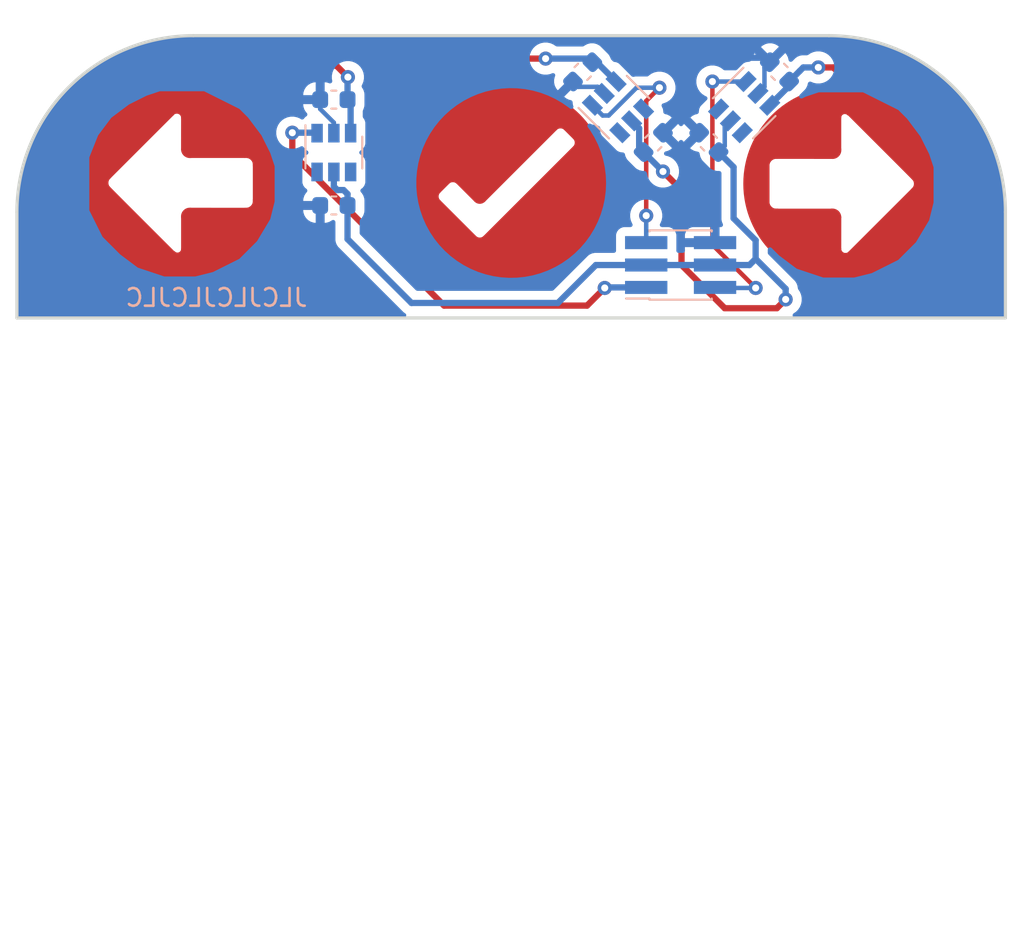
<source format=kicad_pcb>
(kicad_pcb (version 20241229) (generator "pcbnew") (generator_version "9.0")
  (layers (0 "F.Cu" signal) (2 "B.Cu" signal) (13 "F.Paste" user) (15 "B.Paste" user) (5 "F.SilkS" user "F.Silkscreen") (7 "B.SilkS" user "B.Silkscreen") (1 "F.Mask" user) (3 "B.Mask" user) (25 "Edge.Cuts" user))
  (net 0 "")
  (net 1 "GND")
  (net 2 "Net-(C5-Pad1)")
  (net 7 "TP2")
  (net 8 "TP3")
  (net 9 "+5V")
  (net 12 "Net-(C1-Pad1)")
  (net 13 "Net-(C3-Pad1)")
  (net 14 "TP1")
  (footprint "Touchpad:TP_11mm_strelicaDesno" (layer "F.Cu") (at 217.35 71.54393)
    (property "Reference" "TP3" (hide yes))
    (property "Value" "TestPoint")
    (fp_line (start -4.064 -1.4605) (end -0.494085 -1.458733) (stroke (width 0.1)) (layer "F.Cu"))
    (fp_line (start -4.064 1.4605) (end -4.064 -1.4605) (stroke (width 0.1)) (layer "F.Cu"))
    (fp_line (start -0.508 1.4605) (end -4.064 1.4605) (stroke (width 0.1)) (layer "F.Cu"))
    (fp_line (start 0 -1.9685) (end 0 -3.7465) (stroke (width 0.1)) (layer "F.Cu"))
    (fp_line (start 0.000979 3.696915) (end 0.002746 1.905) (stroke (width 0.1)) (layer "F.Cu"))
    (fp_line (start 0.4445 -3.937) (end 4.3815 0) (stroke (width 0.1)) (layer "F.Cu"))
    (fp_line (start 4.3815 0) (end 0.508 3.8735) (stroke (width 0.1)) (layer "F.Cu"))
    (fp_arc (start -4.064 -0.9525) (mid -3.94192 -1.328502) (end -3.569915 -1.462267) (stroke (width 0.1)) (layer "F.Cu"))
    (fp_arc (start -3.556 1.4605) (mid -3.932002 1.33842) (end -4.065767 0.966415) (stroke (width 0.1)) (layer "F.Cu"))
    (fp_arc (start -0.508 1.4605) (mid -0.151574 1.566551) (end 0.002499 1.905) (stroke (width 0.1)) (layer "F.Cu"))
    (fp_arc (start 0 -3.7465) (mid 0.163824 -3.983954) (end 0.443971 -3.915103) (stroke (width 0.1)) (layer "F.Cu"))
    (fp_arc (start 0 -1.9685) (mid -0.12208 -1.592498) (end -0.494085 -1.458733) (stroke (width 0.1)) (layer "F.Cu"))
    (fp_arc (start 0.520255 3.859585) (mid 0.196856 3.957703) (end 0 3.683) (stroke (width 0.1)) (layer "F.Cu"))
    (fp_arc (start 4.097508 -0.287508) (mid 4.215976 0.022485) (end 4.064 0.3175) (stroke (width 0.1)) (layer "F.Cu"))
    (fp_circle (center 0 0) (end -5 0) (stroke (width 1)) (fill no) (layer "F.Cu"))
    (fp_poly (pts (xy -4.1275 -1.524) (xy -3.81 -1.524) (xy -4.1275 -1.27)) (stroke (width 0.1)) (fill yes) (layer "F.Cu"))
    (fp_poly (pts (xy -4.1275 1.2065) (xy -3.81 1.4605) (xy -4.1275 1.4605)) (stroke (width 0.1)) (fill yes) (layer "F.Cu"))
    (fp_poly (pts (xy -4.6355 -0.0635) (xy -4.064 -0.0635) (xy -4.064 1.5875) (xy -4.6355 1.5875)) (stroke (width 0.01)) (fill yes) (layer "F.Cu"))
    (fp_poly (pts (xy 4.2545 -0.0635) (xy 4.445 -0.0635) (xy 4.445 0.127) (xy 4.2545 0.127)) (stroke (width 0.1)) (fill yes) (layer "F.Cu"))
    (fp_poly (pts (xy -4.064 2.9845) (xy -4.826 1.5875) (xy -4.064 1.4605) (xy -0.3175 1.4605) (xy -0.0635 1.651) (xy 0 2.159) (xy 0 3.683) (xy 0.127 3.937) (xy 0.4445 3.937) (xy 4.2545 0.127) (xy 4.2545 -0.0635) (xy 0.635 -3.7465) (xy 0.3175 -4.0005) (xy 0.0635 -3.937) (xy 0 -3.6195) (xy 0 -1.905) (xy -0.127 -1.5875) (xy -0.381 -1.4605) (xy -4.064 -1.4605) (xy -4.064 0.0635) (xy -4.8895 0.0635) (xy -4.5085 -1.8415) (xy -2.6035 -4.3815) (xy -0.0635 -5.2705) (xy 2.4765 -4.191) (xy 4.953 -1.778) (xy 4.5085 2.413) (xy 1.651 4.6355) (xy -1.0795 4.7625)) (stroke (width 0.01)) (fill yes) (layer "F.Cu"))
    (pad "1" smd rect (at 0 -5.73786) (size 0.3556 0.5) (layers "F.Cu") (net 2 "Net-(C5-Pad1)"))
  )
  (footprint "Touchpad:TP_11mm_kvacica" (layer "F.Cu") (at 198.7 71.5)
    (property "Reference" "TP1" (hide yes))
    (property "Value" "TestPoint")
    (fp_line (start -4.064 1.016) (end -2.032 3.048) (stroke (width 0.12)) (layer "F.Cu"))
    (fp_line (start -4.063999 0.508001) (end -3.556 0) (stroke (width 0.12)) (layer "F.Cu"))
    (fp_line (start -3.048001 0.000001) (end -2.032 1.016) (stroke (width 0.12)) (layer "F.Cu"))
    (fp_line (start -1.524001 3.047999) (end 3.555999 -2.032001) (stroke (width 0.12)) (layer "F.Cu"))
    (fp_line (start 2.54 -3.048) (end -1.524 1.016) (stroke (width 0.12)) (layer "F.Cu"))
    (fp_line (start 3.555999 -2.539999) (end 3.047999 -3.047999) (stroke (width 0.12)) (layer "F.Cu"))
    (fp_arc (start -4.063999 1.015999) (mid -4.169209 0.762) (end -4.063999 0.508001) (stroke (width 0.12)) (layer "F.Cu"))
    (fp_arc (start -3.555999 0.000001) (mid -3.302 -0.105209) (end -3.048001 0.000001) (stroke (width 0.12)) (layer "F.Cu"))
    (fp_arc (start -1.524001 1.015999) (mid -1.778 1.121209) (end -2.031999 1.015999) (stroke (width 0.12)) (layer "F.Cu"))
    (fp_arc (start -1.524001 3.047999) (mid -1.778 3.153209) (end -2.031999 3.047999) (stroke (width 0.12)) (layer "F.Cu"))
    (fp_arc (start 2.540001 -3.047999) (mid 2.794 -3.153209) (end 3.047999 -3.047999) (stroke (width 0.12)) (layer "F.Cu"))
    (fp_arc (start 3.555999 -2.539999) (mid 3.661209 -2.286) (end 3.555999 -2.032001) (stroke (width 0.12)) (layer "F.Cu"))
    (fp_circle (center 0 0) (end 5 0) (stroke (width 1)) (fill no) (layer "F.Cu"))
    (fp_poly (pts (xy -1.651 3.2385) (xy -1.4605 4.318) (xy -2.3495 4.318) (xy -2.286 3.048) (xy -2.032 3.048)) (stroke (width 0.01)) (fill yes) (layer "F.Cu"))
    (fp_poly (pts (xy 2.8575 -4.191) (xy 4.8895 -1.651) (xy 4.826 0.9525) (xy 3.556 3.556) (xy 0.635 4.953) (xy -1.7145 4.6355) (xy -1.778 3.175) (xy -1.524 3.048) (xy 3.556 -2.032) (xy 3.683 -2.3495) (xy 3.556 -2.54) (xy 2.9845 -3.1115) (xy 2.6035 -3.1115) (xy -1.4605 0.9525) (xy -1.7145 1.143) (xy -2.032 1.016) (xy -2.9845 0.0635) (xy -3.2385 -0.0635) (xy -3.4925 -0.0635) (xy -4.1275 0.5715) (xy -4.191 0.762) (xy -4.0005 1.0795) (xy -2.032 3.048) (xy -2.032 4.318) (xy -3.429 3.7465) (xy -4.6355 1.9685) (xy -4.826 -0.635) (xy -3.8735 -3.3655) (xy -0.635 -5.08)) (stroke (width 0.01)) (fill yes) (layer "F.Cu"))
    (pad "1" smd rect (at 0 -5.73786) (size 0.3556 0.5) (layers "F.Cu") (net 12 "Net-(C1-Pad1)"))
    (zone (net 0) (net_name "") (layer "B.Cu") (connect_pads (clearance 0)) (min_thickness 0.254)
      (keepout (tracks not_allowed) (vias not_allowed) (pads not_allowed) (copperpour not_allowed) (footprints allowed))
      (fill (thermal_gap 0.508) (thermal_bridge_width 0.508))
      (polygon (pts (xy 204.077312 71.5) (xy 204.058453 71.050038) (xy 204.002008 70.603232) (xy 203.908374 70.162717) (xy 203.778206 69.731581) (xy 203.612419 69.31285) (xy 203.412174 68.90946) (xy 203.178877 68.524241) (xy 202.914164 68.159895) (xy 202.619892 67.818977) (xy 202.298124 67.503878) (xy 201.951118 67.21681) (xy 201.581308 66.959785) (xy 201.191287 66.734607) (xy 200.783792 66.542854) (xy 200.361681 66.385872) (xy 199.927914 66.264762) (xy 199.485534 66.180374) (xy 199.037644 66.133299) (xy 198.587386 66.123867) (xy 198.137918 66.152145) (xy 197.692392 66.217935) (xy 197.253934 66.320774) (xy 196.825619 66.459942) (xy 196.410452 66.634463) (xy 196.011344 66.843111) (xy 195.631095 67.084425) (xy 195.272372 67.35671) (xy 194.937692 67.658057) (xy 194.629401 67.986354) (xy 194.349663 68.339295) (xy 194.100439 68.714407) (xy 193.883478 69.109058) (xy 193.700302 69.520479) (xy 193.552194 69.945786) (xy 193.440195 70.381994) (xy 193.36509 70.826044) (xy 193.327405 71.274822) (xy 193.327405 71.725178) (xy 193.36509 72.173956) (xy 193.440195 72.618006) (xy 193.552194 73.054214) (xy 193.700302 73.479521) (xy 193.883478 73.890942) (xy 194.100439 74.285593) (xy 194.349663 74.660705) (xy 194.629401 75.013646) (xy 194.937692 75.341943) (xy 195.272372 75.64329) (xy 195.631095 75.915575) (xy 196.011344 76.156889) (xy 196.410452 76.365537) (xy 196.825619 76.540058) (xy 197.253934 76.679226) (xy 197.692392 76.782065) (xy 198.137918 76.847855) (xy 198.587386 76.876133) (xy 199.037644 76.866701) (xy 199.485534 76.819626) (xy 199.927914 76.735238) (xy 200.361681 76.614128) (xy 200.783792 76.457146) (xy 201.191287 76.265393) (xy 201.581308 76.040215) (xy 201.951118 75.78319) (xy 202.298124 75.496122) (xy 202.619892 75.181023) (xy 202.914164 74.840105) (xy 203.178877 74.475759) (xy 203.412174 74.09054) (xy 203.612419 73.68715) (xy 203.778206 73.268419) (xy 203.908374 72.837283) (xy 204.002008 72.396768) (xy 204.058453 71.949962)))
    )
  )
  (footprint "Touchpad:TP_11mm_strelicaLijevo" (layer "F.Cu") (at 180.05 71.49393)
    (property "Reference" "TP2" (hide yes))
    (property "Value" "TestPoint")
    (fp_line (start -4.3815 0) (end -0.508 -3.8735) (stroke (width 0.1)) (layer "F.Cu"))
    (fp_line (start -0.4445 3.937) (end -4.3815 0) (stroke (width 0.1)) (layer "F.Cu"))
    (fp_line (start -0.000979 -3.696915) (end -0.002746 -1.905) (stroke (width 0.1)) (layer "F.Cu"))
    (fp_line (start 0 1.9685) (end 0 3.7465) (stroke (width 0.1)) (layer "F.Cu"))
    (fp_line (start 0.508 -1.4605) (end 4.064 -1.4605) (stroke (width 0.1)) (layer "F.Cu"))
    (fp_line (start 4.064 -1.4605) (end 4.064 1.4605) (stroke (width 0.1)) (layer "F.Cu"))
    (fp_line (start 4.064 1.4605) (end 0.494085 1.458733) (stroke (width 0.1)) (layer "F.Cu"))
    (fp_arc (start -4.097508 0.287508) (mid -4.215976 -0.022485) (end -4.064 -0.3175) (stroke (width 0.1)) (layer "F.Cu"))
    (fp_arc (start -0.520255 -3.859585) (mid -0.196856 -3.957703) (end 0 -3.683) (stroke (width 0.1)) (layer "F.Cu"))
    (fp_arc (start 0 1.9685) (mid 0.12208 1.592498) (end 0.494085 1.458733) (stroke (width 0.1)) (layer "F.Cu"))
    (fp_arc (start 0 3.7465) (mid -0.163824 3.983954) (end -0.443971 3.915103) (stroke (width 0.1)) (layer "F.Cu"))
    (fp_arc (start 0.508 -1.4605) (mid 0.151574 -1.566551) (end -0.002499 -1.905) (stroke (width 0.1)) (layer "F.Cu"))
    (fp_arc (start 3.556 -1.4605) (mid 3.932002 -1.33842) (end 4.065767 -0.966415) (stroke (width 0.1)) (layer "F.Cu"))
    (fp_arc (start 4.064 0.9525) (mid 3.94192 1.328502) (end 3.569915 1.462267) (stroke (width 0.1)) (layer "F.Cu"))
    (fp_circle (center 0 0) (end 5 0) (stroke (width 1)) (fill no) (layer "F.Cu"))
    (fp_poly (pts (xy 4.1275 -1.2065) (xy 3.81 -1.4605) (xy 4.1275 -1.4605)) (stroke (width 0.1)) (fill yes) (layer "F.Cu"))
    (fp_poly (pts (xy 4.1275 1.524) (xy 3.81 1.524) (xy 4.1275 1.27)) (stroke (width 0.1)) (fill yes) (layer "F.Cu"))
    (fp_poly (pts (xy -4.2545 0.0635) (xy -4.445 0.0635) (xy -4.445 -0.127) (xy -4.2545 -0.127)) (stroke (width 0.1)) (fill yes) (layer "F.Cu"))
    (fp_poly (pts (xy 4.6355 0.0635) (xy 4.064 0.0635) (xy 4.064 -1.5875) (xy 4.6355 -1.5875)) (stroke (width 0.01)) (fill yes) (layer "F.Cu"))
    (fp_poly (pts (xy 4.064 -2.9845) (xy 4.826 -1.5875) (xy 4.064 -1.4605) (xy 0.3175 -1.4605) (xy 0.0635 -1.651) (xy 0 -2.159) (xy 0 -3.683) (xy -0.127 -3.937) (xy -0.4445 -3.937) (xy -4.2545 -0.127) (xy -4.2545 0.0635) (xy -0.635 3.7465) (xy -0.3175 4.0005) (xy -0.0635 3.937) (xy 0 3.6195) (xy 0 1.905) (xy 0.127 1.5875) (xy 0.381 1.4605) (xy 4.064 1.4605) (xy 4.064 -0.0635) (xy 4.8895 -0.0635) (xy 4.5085 1.8415) (xy 2.6035 4.3815) (xy 0.0635 5.2705) (xy -2.4765 4.191) (xy -4.953 1.778) (xy -4.5085 -2.413) (xy -1.651 -4.6355) (xy 1.0795 -4.7625)) (stroke (width 0.01)) (fill yes) (layer "F.Cu"))
    (pad "1" smd rect (at 0 -5.73786) (size 0.3556 0.5) (layers "F.Cu") (net 13 "Net-(C3-Pad1)"))
  )
  (footprint "Capacitor_SMD:C_0603_1608Metric" (layer "B.Cu") (at 188.654045 66.775 180)
    (property "Reference" "C3")
    (property "Value" "0-50 pF")
    (fp_line (start -0.14058 0.51) (end 0.14058 0.51) (stroke (width 0.12)) (layer "B.SilkS"))
    (fp_line (start -0.14058 -0.51) (end 0.14058 -0.51) (stroke (width 0.12)) (layer "B.SilkS"))
    (pad "1" smd roundrect (at -0.775 0 180) (size 0.9 0.95) (layers "B.Cu" "B.Mask" "B.Paste") (net 13 "Net-(C3-Pad1)"))
    (pad "2" smd roundrect (at 0.775 0 180) (size 0.9 0.95) (layers "B.Cu" "B.Mask" "B.Paste") (net 1 "GND"))
  )
  (footprint "Capacitor_SMD:C_0603_1608Metric" (layer "B.Cu") (at 206.75 69.2 45)
    (property "Reference" "C2")
    (property "Value" "100n")
    (fp_line (start -0.140581 -0.51) (end 0.140581 -0.51) (stroke (width 0.12)) (layer "B.SilkS"))
    (fp_line (start -0.140581 0.51) (end 0.140581 0.51) (stroke (width 0.12)) (layer "B.SilkS"))
    (pad "1" smd roundrect (at -0.775 0 45) (size 0.9 0.95) (layers "B.Cu" "B.Mask" "B.Paste") (net 9 "+5V"))
    (pad "2" smd roundrect (at 0.775 0 45) (size 0.9 0.95) (layers "B.Cu" "B.Mask" "B.Paste") (net 1 "GND"))
  )
  (footprint "Package_TO_SOT_SMD:SOT-23-6" (layer "B.Cu") (at 211.9 67.2 -135)
    (property "Reference" "U3" (hide yes))
    (property "Value" "TTP223-BA6")
    (fp_line (start 0.9 1.61) (end -1.55 1.609999) (stroke (width 0.12)) (layer "B.SilkS"))
    (fp_line (start -0.9 -1.61) (end 0.9 -1.61) (stroke (width 0.12)) (layer "B.SilkS"))
    (pad "1" smd rect (at -1.1 0.95 225) (size 1.06 0.65) (layers "B.Cu" "B.Mask" "B.Paste") (net 8 "TP3"))
    (pad "2" smd rect (at -1.099999 0 225) (size 1.06 0.65) (layers "B.Cu" "B.Mask" "B.Paste") (net 1 "GND"))
    (pad "3" smd rect (at -1.1 -0.95 225) (size 1.06 0.65) (layers "B.Cu" "B.Mask" "B.Paste") (net 2 "Net-(C5-Pad1)"))
    (pad "4" smd rect (at 1.1 -0.95 225) (size 1.06 0.65) (layers "B.Cu" "B.Mask" "B.Paste"))
    (pad "5" smd rect (at 1.099999 0 225) (size 1.06 0.65) (layers "B.Cu" "B.Mask" "B.Paste") (net 9 "+5V"))
    (pad "6" smd rect (at 1.1 0.95 225) (size 1.06 0.65) (layers "B.Cu" "B.Mask" "B.Paste"))
  )
  (footprint "Capacitor_SMD:C_0603_1608Metric" (layer "B.Cu") (at 188.654045 72.775 180)
    (property "Reference" "C4")
    (property "Value" "100n")
    (fp_line (start -0.14058 0.51) (end 0.14058 0.51) (stroke (width 0.12)) (layer "B.SilkS"))
    (fp_line (start -0.14058 -0.51) (end 0.14058 -0.51) (stroke (width 0.12)) (layer "B.SilkS"))
    (pad "1" smd roundrect (at -0.775 0 180) (size 0.9 0.95) (layers "B.Cu" "B.Mask" "B.Paste") (net 9 "+5V"))
    (pad "2" smd roundrect (at 0.775 0 180) (size 0.9 0.95) (layers "B.Cu" "B.Mask" "B.Paste") (net 1 "GND"))
  )
  (footprint "Capacitor_SMD:C_0603_1608Metric" (layer "B.Cu") (at 209.9 69.2 135)
    (property "Reference" "C6")
    (property "Value" "100n")
    (fp_line (start -0.140581 -0.51) (end 0.140581 -0.51) (stroke (width 0.12)) (layer "B.SilkS"))
    (fp_line (start -0.140581 0.51) (end 0.140581 0.51) (stroke (width 0.12)) (layer "B.SilkS"))
    (pad "1" smd roundrect (at -0.775 0 135) (size 0.9 0.95) (layers "B.Cu" "B.Mask" "B.Paste") (net 9 "+5V"))
    (pad "2" smd roundrect (at 0.775 0 135) (size 0.9 0.95) (layers "B.Cu" "B.Mask" "B.Paste") (net 1 "GND"))
  )
  (footprint "Package_TO_SOT_SMD:SOT-23-6" (layer "B.Cu") (at 188.654045 69.775 -90)
    (property "Reference" "U2" (hide yes))
    (property "Value" "TTP223-BA6")
    (fp_line (start 0.9 1.61) (end -1.55 1.61) (stroke (width 0.12)) (layer "B.SilkS"))
    (fp_line (start -0.9 -1.61) (end 0.9 -1.61) (stroke (width 0.12)) (layer "B.SilkS"))
    (pad "1" smd rect (at -1.1 0.95 270) (size 1.06 0.65) (layers "B.Cu" "B.Mask" "B.Paste") (net 7 "TP2"))
    (pad "2" smd rect (at -1.1 0 270) (size 1.06 0.65) (layers "B.Cu" "B.Mask" "B.Paste") (net 1 "GND"))
    (pad "3" smd rect (at -1.1 -0.95 270) (size 1.06 0.65) (layers "B.Cu" "B.Mask" "B.Paste") (net 13 "Net-(C3-Pad1)"))
    (pad "4" smd rect (at 1.1 -0.95 270) (size 1.06 0.65) (layers "B.Cu" "B.Mask" "B.Paste"))
    (pad "5" smd rect (at 1.1 0 270) (size 1.06 0.65) (layers "B.Cu" "B.Mask" "B.Paste") (net 9 "+5V"))
    (pad "6" smd rect (at 1.1 0.95 270) (size 1.06 0.65) (layers "B.Cu" "B.Mask" "B.Paste"))
  )
  (footprint "Capacitor_SMD:C_0603_1608Metric" (layer "B.Cu") (at 202.75 65.2 -135)
    (property "Reference" "C1")
    (property "Value" "0-50 pF")
    (fp_line (start -0.140581 0.51) (end 0.140581 0.51) (stroke (width 0.12)) (layer "B.SilkS"))
    (fp_line (start -0.140581 -0.51) (end 0.140581 -0.51) (stroke (width 0.12)) (layer "B.SilkS"))
    (pad "1" smd roundrect (at -0.775 0 225) (size 0.9 0.95) (layers "B.Cu" "B.Mask" "B.Paste") (net 12 "Net-(C1-Pad1)"))
    (pad "2" smd roundrect (at 0.775 0 225) (size 0.9 0.95) (layers "B.Cu" "B.Mask" "B.Paste") (net 1 "GND"))
  )
  (footprint "Package_TO_SOT_SMD:SOT-23-6" (layer "B.Cu") (at 204.75 67.2 -45)
    (property "Reference" "U1" (hide yes))
    (property "Value" "TTP223-BA6")
    (fp_line (start 0.9 1.61) (end -1.55 1.609999) (stroke (width 0.12)) (layer "B.SilkS"))
    (fp_line (start -0.9 -1.61) (end 0.9 -1.61) (stroke (width 0.12)) (layer "B.SilkS"))
    (pad "1" smd rect (at -1.1 0.95 315) (size 1.06 0.65) (layers "B.Cu" "B.Mask" "B.Paste") (net 14 "TP1"))
    (pad "2" smd rect (at -1.099999 0 315) (size 1.06 0.65) (layers "B.Cu" "B.Mask" "B.Paste") (net 1 "GND"))
    (pad "3" smd rect (at -1.1 -0.95 315) (size 1.06 0.65) (layers "B.Cu" "B.Mask" "B.Paste") (net 12 "Net-(C1-Pad1)"))
    (pad "4" smd rect (at 1.1 -0.95 315) (size 1.06 0.65) (layers "B.Cu" "B.Mask" "B.Paste"))
    (pad "5" smd rect (at 1.099999 0 315) (size 1.06 0.65) (layers "B.Cu" "B.Mask" "B.Paste") (net 9 "+5V"))
    (pad "6" smd rect (at 1.1 0.95 315) (size 1.06 0.65) (layers "B.Cu" "B.Mask" "B.Paste"))
  )
  (footprint "Connector_PinHeader_1.27mm:PinHeader_2x03_P1.27mm_Vertical_SMD" (layer "B.Cu") (at 208.3 76.15)
    (property "Reference" "J1" (hide yes))
    (property "Value" "Conn_02x03_Counter_Clockwise")
    (fp_line (start -3.09 1.9) (end -1.765 1.9) (stroke (width 0.12)) (layer "B.SilkS"))
    (fp_line (start -1.765 -1.965) (end 1.765 -1.965) (stroke (width 0.12)) (layer "B.SilkS"))
    (fp_line (start -1.765 -1.9) (end -1.765 -1.965) (stroke (width 0.12)) (layer "B.SilkS"))
    (fp_line (start -1.765 1.965) (end -1.765 1.9) (stroke (width 0.12)) (layer "B.SilkS"))
    (fp_line (start -1.765 1.965) (end 1.765 1.965) (stroke (width 0.12)) (layer "B.SilkS"))
    (fp_line (start 1.765 -1.9) (end 1.765 -1.965) (stroke (width 0.12)) (layer "B.SilkS"))
    (fp_line (start 1.765 1.965) (end 1.765 1.9) (stroke (width 0.12)) (layer "B.SilkS"))
    (pad "1" smd rect (at -1.95 1.27) (size 2.4 0.74) (layers "B.Cu" "B.Mask" "B.Paste") (net 7 "TP2"))
    (pad "2" smd rect (at 1.95 1.27) (size 2.4 0.74) (layers "B.Cu" "B.Mask" "B.Paste") (net 8 "TP3"))
    (pad "3" smd rect (at -1.95 0) (size 2.4 0.74) (layers "B.Cu" "B.Mask" "B.Paste") (net 9 "+5V"))
    (pad "4" smd rect (at 1.95 0) (size 2.4 0.74) (layers "B.Cu" "B.Mask" "B.Paste") (net 9 "+5V"))
    (pad "5" smd rect (at -1.95 -1.27) (size 2.4 0.74) (layers "B.Cu" "B.Mask" "B.Paste") (net 14 "TP1"))
    (pad "6" smd rect (at 1.95 -1.27) (size 2.4 0.74) (layers "B.Cu" "B.Mask" "B.Paste") (net 1 "GND"))
  )
  (footprint "Capacitor_SMD:C_0603_1608Metric" (layer "B.Cu") (at 213.9 65.2 135)
    (property "Reference" "C5")
    (property "Value" "0-50 pF")
    (fp_line (start -0.140581 -0.51) (end 0.140581 -0.51) (stroke (width 0.12)) (layer "B.SilkS"))
    (fp_line (start -0.140581 0.51) (end 0.140581 0.51) (stroke (width 0.12)) (layer "B.SilkS"))
    (pad "1" smd roundrect (at -0.775 0 135) (size 0.9 0.95) (layers "B.Cu" "B.Mask" "B.Paste") (net 2 "Net-(C5-Pad1)"))
    (pad "2" smd roundrect (at 0.775 0 135) (size 0.9 0.95) (layers "B.Cu" "B.Mask" "B.Paste") (net 1 "GND"))
  )
  (gr_line (start 170.7 79.15) (end 170.7 73.15) (stroke (width 0.18)) (layer "Edge.Cuts"))
  (gr_line (start 180.7 63.15) (end 216.7 63.15) (stroke (width 0.18)) (layer "Edge.Cuts"))
  (gr_arc (start 216.7 63.15) (mid 223.771068 66.078932) (end 226.7 73.15) (stroke (width 0.18)) (layer "Edge.Cuts"))
  (gr_line (start 170.7 79.15) (end 226.7 79.15) (stroke (width 0.18)) (layer "Edge.Cuts"))
  (gr_line (start 226.7 79.15) (end 226.7 73.15) (stroke (width 0.18)) (layer "Edge.Cuts"))
  (gr_arc (start 170.7 73.15) (mid 173.628932 66.078932) (end 180.7 63.15) (stroke (width 0.18)) (layer "Edge.Cuts"))
  (gr_text "JLCJLCJLCJLC" (at 182 78 0) (layer "B.SilkS") (effects (font (size 1 1)) (justify mirror)))
  (segment (start 209.6 64.4) (end 213.1 64.4) (width 0.3556) (layer "B.Cu") (net 1))
  (segment (start 208.85 67.1) (end 208.85 65.15) (width 0.3556) (layer "B.Cu") (net 1))
  (segment (start 202.5 66.05) (end 203.6 66.05) (width 0.254) (layer "B.Cu") (net 1))
  (segment (start 208.85 65.15) (end 209.6 64.4) (width 0.3556) (layer "B.Cu") (net 1))
  (segment (start 188.654045 68.079045) (end 187.879045 67.304045) (width 0.254) (layer "B.Cu") (net 1))
  (segment (start 213.05 64.953984) (end 213.351992 64.651992) (width 0.254) (layer "B.Cu") (net 1))
  (segment (start 213.05 66.05) (end 213.05 64.953984) (width 0.254) (layer "B.Cu") (net 1))
  (segment (start 202.201992 65.748008) (end 202.201992 65.751992) (width 0.254) (layer "B.Cu") (net 1))
  (segment (start 207.298008 68.651992) (end 208.85 67.1) (width 0.3556) (layer "B.Cu") (net 1))
  (segment (start 213.1 64.4) (end 213.351992 64.651992) (width 0.3556) (layer "B.Cu") (net 1))
  (segment (start 202.201992 65.751992) (end 202.5 66.05) (width 0.254) (layer "B.Cu") (net 1))
  (segment (start 187.879045 67.304045) (end 187.879045 66.775) (width 0.254) (layer "B.Cu") (net 1))
  (segment (start 188.654045 68.675) (end 188.654045 68.079045) (width 0.254) (layer "B.Cu") (net 1))
  (segment (start 212.677817 66.422183) (end 213.05 66.05) (width 0.254) (layer "B.Cu") (net 1))
  (segment (start 203.6 66.05) (end 203.972183 66.422183) (width 0.254) (layer "B.Cu") (net 1))
  (segment (start 216.95 64.95) (end 217.35 65.35) (width 0.3556) (layer "F.Cu") (net 2))
  (segment (start 217.35 65.35) (end 217.35 65.55) (width 0.3556) (layer "F.Cu") (net 2))
  (segment (start 216.1 64.95) (end 216.95 64.95) (width 0.3556) (layer "F.Cu") (net 2))
  (via (at 216.1 64.95) (size 0.8) (drill 0.4) (layers "F.Cu" "B.Cu") (net 2))
  (segment (start 214.448008 65.748008) (end 214.451992 65.748008) (width 0.3556) (layer "B.Cu") (net 2))
  (segment (start 214.448008 65.995495) (end 213.349569 67.093934) (width 0.3556) (layer "B.Cu") (net 2))
  (segment (start 214.451992 65.748008) (end 215.05 65.15) (width 0.3556) (layer "B.Cu") (net 2))
  (segment (start 214.448008 65.748008) (end 214.448008 65.995495) (width 0.3556) (layer "B.Cu") (net 2))
  (segment (start 215.05 65.15) (end 215.25 64.95) (width 0.3556) (layer "B.Cu") (net 2))
  (segment (start 215.25 64.95) (end 216.1 64.95) (width 0.3556) (layer "B.Cu") (net 2))
  (segment (start 186.3 69.85) (end 194.9 78.45) (width 0.3556) (layer "F.Cu") (net 7))
  (segment (start 194.9 78.45) (end 203 78.45) (width 0.3556) (layer "F.Cu") (net 7))
  (segment (start 186.3 68.65) (end 186.3 69.85) (width 0.3556) (layer "F.Cu") (net 7))
  (segment (start 203 78.45) (end 204 77.45) (width 0.3556) (layer "F.Cu") (net 7))
  (via (at 186.3 68.65) (size 0.8) (drill 0.4) (layers "F.Cu" "B.Cu") (net 7))
  (via (at 204 77.45) (size 0.8) (drill 0.4) (layers "F.Cu" "B.Cu") (net 7))
  (segment (start 206.35 77.42) (end 204.03 77.42) (width 0.3556) (layer "B.Cu") (net 7))
  (segment (start 204.03 77.42) (end 204 77.45) (width 0.3556) (layer "B.Cu") (net 7))
  (segment (start 187.679045 68.65) (end 187.704045 68.675) (width 0.3556) (layer "B.Cu") (net 7))
  (segment (start 186.3 68.65) (end 187.679045 68.65) (width 0.3556) (layer "B.Cu") (net 7))
  (segment (start 210.1 75) (end 212.55 77.45) (width 0.254) (layer "F.Cu") (net 8))
  (segment (start 210.1 65.75) (end 210.1 75) (width 0.254) (layer "F.Cu") (net 8))
  (via (at 210.1 65.75) (size 0.8) (drill 0.4) (layers "F.Cu" "B.Cu") (net 8))
  (via (at 212.55 77.45) (size 0.8) (drill 0.4) (layers "F.Cu" "B.Cu") (net 8))
  (segment (start 212.006066 65.750431) (end 210.100431 65.750431) (width 0.254) (layer "B.Cu") (net 8))
  (segment (start 210.28 77.45) (end 210.25 77.42) (width 0.254) (layer "B.Cu") (net 8))
  (segment (start 210.100431 65.750431) (end 210.1 65.75) (width 0.254) (layer "B.Cu") (net 8))
  (segment (start 212.55 77.45) (end 210.28 77.45) (width 0.254) (layer "B.Cu") (net 8))
  (segment (start 208.35 71.9) (end 208.35 76.15) (width 0.3556) (layer "F.Cu") (net 9))
  (segment (start 213.75 78.6) (end 214.25 78.1) (width 0.3556) (layer "F.Cu") (net 9))
  (segment (start 207.3 70.85) (end 208.35 71.9) (width 0.3556) (layer "F.Cu") (net 9))
  (segment (start 208.35 76.15) (end 210.8 78.6) (width 0.3556) (layer "F.Cu") (net 9))
  (segment (start 210.8 78.6) (end 213.75 78.6) (width 0.3556) (layer "F.Cu") (net 9))
  (via (at 207.3 70.85) (size 0.8) (drill 0.4) (layers "F.Cu" "B.Cu") (net 9))
  (via (at 214.25 78.1) (size 0.8) (drill 0.4) (layers "F.Cu" "B.Cu") (net 9))
  (segment (start 206.198008 69.748008) (end 205.95 69.5) (width 0.3556) (layer "B.Cu") (net 9))
  (segment (start 201.35 78.3) (end 203.5 76.15) (width 0.3556) (layer "B.Cu") (net 9))
  (segment (start 205.95 68.4) (end 205.527817 67.977817) (width 0.3556) (layer "B.Cu") (net 9))
  (segment (start 212.55 75.8) (end 212.55 74.75) (width 0.3556) (layer "B.Cu") (net 9))
  (segment (start 206.201992 69.748008) (end 206.201992 69.751992) (width 0.3556) (layer "B.Cu") (net 9))
  (segment (start 210.25 76.15) (end 212.2 76.15) (width 0.3556) (layer "B.Cu") (net 9))
  (segment (start 189.429045 72.775) (end 189.429045 72.125) (width 0.3556) (layer "B.Cu") (net 9))
  (segment (start 189.429045 72.125) (end 189.204045 71.9) (width 0.3556) (layer "B.Cu") (net 9))
  (segment (start 214.25 77.5) (end 212.55 75.8) (width 0.3556) (layer "B.Cu") (net 9))
  (segment (start 189.429045 72.775) (end 189.429045 74.679045) (width 0.3556) (layer "B.Cu") (net 9))
  (segment (start 193.05 78.3) (end 201.35 78.3) (width 0.3556) (layer "B.Cu") (net 9))
  (segment (start 203.5 76.15) (end 206.35 76.15) (width 0.3556) (layer "B.Cu") (net 9))
  (segment (start 188.654045 70.875) (end 188.654045 71.7) (width 0.3556) (layer "B.Cu") (net 9))
  (segment (start 210.451992 69.748008) (end 210.8 69.4) (width 0.254) (layer "B.Cu") (net 9))
  (segment (start 206.35 76.15) (end 210.25 76.15) (width 0.3556) (layer "B.Cu") (net 9))
  (segment (start 211.3 70.6) (end 210.448008 69.748008) (width 0.3556) (layer "B.Cu") (net 9))
  (segment (start 188.854045 71.9) (end 189.204045 71.9) (width 0.3556) (layer "B.Cu") (net 9))
  (segment (start 206.201992 69.748008) (end 206.198008 69.748008) (width 0.3556) (layer "B.Cu") (net 9))
  (segment (start 206.201992 69.751992) (end 207.3 70.85) (width 0.3556) (layer "B.Cu") (net 9))
  (segment (start 212.2 76.15) (end 212.55 75.8) (width 0.3556) (layer "B.Cu") (net 9))
  (segment (start 214.25 78.1) (end 214.25 77.5) (width 0.3556) (layer "B.Cu") (net 9))
  (segment (start 188.654045 71.7) (end 188.854045 71.9) (width 0.3556) (layer "B.Cu") (net 9))
  (segment (start 210.8 68.3) (end 211.122183 67.977817) (width 0.254) (layer "B.Cu") (net 9))
  (segment (start 189.429045 74.679045) (end 193.05 78.3) (width 0.3556) (layer "B.Cu") (net 9))
  (segment (start 210.8 69.4) (end 210.8 68.3) (width 0.254) (layer "B.Cu") (net 9))
  (segment (start 211.3 73.5) (end 211.3 70.6) (width 0.3556) (layer "B.Cu") (net 9))
  (segment (start 212.55 74.75) (end 211.3 73.5) (width 0.3556) (layer "B.Cu") (net 9))
  (segment (start 205.95 69.5) (end 205.95 68.4) (width 0.3556) (layer "B.Cu") (net 9))
  (segment (start 198.7 65.2) (end 198.7 65.5) (width 0.3556) (layer "F.Cu") (net 12))
  (segment (start 200.65 64.45) (end 199.45 64.45) (width 0.3556) (layer "F.Cu") (net 12))
  (segment (start 199.45 64.45) (end 198.7 65.2) (width 0.3556) (layer "F.Cu") (net 12))
  (via (at 200.65 64.45) (size 0.8) (drill 0.4) (layers "F.Cu" "B.Cu") (net 12))
  (segment (start 203.1 64.45) (end 200.65 64.45) (width 0.3556) (layer "B.Cu") (net 12))
  (segment (start 203.298008 64.648008) (end 203.1 64.45) (width 0.254) (layer "B.Cu") (net 12))
  (segment (start 203.298008 64.651992) (end 203.545495 64.651992) (width 0.254) (layer "B.Cu") (net 12))
  (segment (start 203.298008 64.651992) (end 203.298008 64.648008) (width 0.254) (layer "B.Cu") (net 12))
  (segment (start 203.545495 64.651992) (end 204.643934 65.750431) (width 0.3556) (layer "B.Cu") (net 12))
  (segment (start 180.625 64.85) (end 180.043597 65.431403) (width 0.3556) (layer "F.Cu") (net 13))
  (segment (start 180.043597 65.431403) (end 180.043597 65.613493) (width 0.3556) (layer "F.Cu") (net 13))
  (segment (start 189.45 65.5) (end 188.8 64.85) (width 0.3556) (layer "F.Cu") (net 13))
  (segment (start 188.8 64.85) (end 180.625 64.85) (width 0.3556) (layer "F.Cu") (net 13))
  (via (at 189.45 65.5) (size 0.8) (drill 0.4) (layers "F.Cu" "B.Cu") (net 13))
  (segment (start 189.429045 65.504045) (end 189.425 65.5) (width 0.3556) (layer "B.Cu") (net 13))
  (segment (start 189.429045 65.520955) (end 189.45 65.5) (width 0.3556) (layer "B.Cu") (net 13))
  (segment (start 189.604045 68.675) (end 189.604045 66.95) (width 0.3556) (layer "B.Cu") (net 13))
  (segment (start 189.429045 66.775) (end 189.429045 65.520955) (width 0.3556) (layer "B.Cu") (net 13))
  (segment (start 189.604045 66.95) (end 189.429045 66.775) (width 0.3556) (layer "B.Cu") (net 13))
  (segment (start 206.35 73.35) (end 206.35 66.85) (width 0.254) (layer "F.Cu") (net 14))
  (segment (start 206.35 66.85) (end 207.1 66.1) (width 0.254) (layer "F.Cu") (net 14))
  (via (at 206.35 73.35) (size 0.8) (drill 0.4) (layers "F.Cu" "B.Cu") (net 14))
  (via (at 207.1 66.1) (size 0.8) (drill 0.4) (layers "F.Cu" "B.Cu") (net 14))
  (segment (start 207.1 66.1) (end 205.8 66.1) (width 0.254) (layer "B.Cu") (net 14))
  (segment (start 206.35 74.88) (end 206.35 73.35) (width 0.254) (layer "B.Cu") (net 14))
  (segment (start 205.8 66.1) (end 204.225 67.675) (width 0.254) (layer "B.Cu") (net 14))
  (segment (start 203.881497 67.675) (end 204.225 67.675) (width 0.254) (layer "B.Cu") (net 14))
  (segment (start 203.300431 67.093934) (end 203.881497 67.675) (width 0.254) (layer "B.Cu") (net 14))
  (zone (net 0) (net_name "") (layer "B.Cu") (connect_pads (clearance 0)) (min_thickness 0.254)
    (keepout (tracks not_allowed) (vias not_allowed) (pads allowed) (copperpour not_allowed) (footprints allowed))
    (fill (thermal_gap 0.508) (thermal_bridge_width 0.508))
    (polygon (pts (xy 183.3 67.3) (xy 183.8 67.8) (xy 184.55 68.8) (xy 185.05 69.8) (xy 185.3 70.55) (xy 185.3 72.55) (xy 185.05 73.55) (xy 184.3 74.8) (xy 183.3 75.8) (xy 181.8 76.55) (xy 180.8 76.8) (xy 179.05 76.8) (xy 177.55 76.3) (xy 176.55 75.55) (xy 175.55 74.55) (xy 174.8 73.05) (xy 174.8 72.05) (xy 174.8 71.05) (xy 174.8 70.05) (xy 175.3 68.8) (xy 176.05 67.8) (xy 177.05 67.05) (xy 178.05 66.55) (xy 178.8 66.3) (xy 181.3 66.3)))
  )
  (zone (net 1) (net_name "GND") (layer "B.Cu") (connect_pads (clearance 0.508)) (min_thickness 0.254) (fill yes (thermal_gap 0.508) (thermal_bridge_width 0.508))
    (polygon (pts (xy 227.574158 80.440069) (xy 170.3776 80.472287) (xy 170.582991 62.700007) (xy 227.37582 62.930341)))
  )
  (zone (net 0) (net_name "") (layer "B.Cu") (connect_pads (clearance 0)) (min_thickness 0.254)
    (keepout (tracks not_allowed) (vias not_allowed) (pads allowed) (copperpour not_allowed) (footprints allowed))
    (fill (thermal_gap 0.508) (thermal_bridge_width 0.508))
    (polygon (pts (xy 220.63 67.36) (xy 221.13 67.86) (xy 221.88 68.86) (xy 222.38 69.86) (xy 222.63 70.61) (xy 222.63 72.61) (xy 222.38 73.61) (xy 221.63 74.86) (xy 220.63 75.86) (xy 219.13 76.61) (xy 218.13 76.86) (xy 216.38 76.86) (xy 214.88 76.36) (xy 213.88 75.61) (xy 212.88 74.61) (xy 212.13 73.11) (xy 212.13 72.11) (xy 212.13 71.11) (xy 212.13 70.11) (xy 212.63 68.86) (xy 213.38 67.86) (xy 214.38 67.11) (xy 215.38 66.61) (xy 216.13 66.36) (xy 218.63 66.36)))
  )
)
</source>
